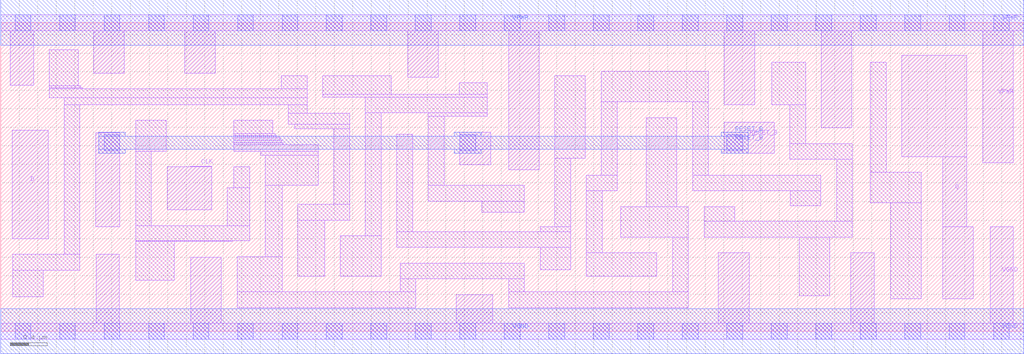
<source format=lef>
# Copyright 2020 The SkyWater PDK Authors
#
# Licensed under the Apache License, Version 2.0 (the "License");
# you may not use this file except in compliance with the License.
# You may obtain a copy of the License at
#
#     https://www.apache.org/licenses/LICENSE-2.0
#
# Unless required by applicable law or agreed to in writing, software
# distributed under the License is distributed on an "AS IS" BASIS,
# WITHOUT WARRANTIES OR CONDITIONS OF ANY KIND, either express or implied.
# See the License for the specific language governing permissions and
# limitations under the License.
#
# SPDX-License-Identifier: Apache-2.0

VERSION 5.7 ;
  NAMESCASESENSITIVE ON ;
  NOWIREEXTENSIONATPIN ON ;
  DIVIDERCHAR "/" ;
  BUSBITCHARS "[]" ;
UNITS
  DATABASE MICRONS 200 ;
END UNITS
MACRO sky130_fd_sc_ms__dfrtp_1
  CLASS CORE ;
  SOURCE USER ;
  FOREIGN sky130_fd_sc_ms__dfrtp_1 ;
  ORIGIN  0.000000  0.000000 ;
  SIZE  11.04000 BY  3.330000 ;
  SYMMETRY X Y R90 ;
  SITE unit ;
  PIN D
    ANTENNAGATEAREA  0.138600 ;
    DIRECTION INPUT ;
    USE SIGNAL ;
    PORT
      LAYER li1 ;
        RECT 0.125000 1.000000 0.515000 2.170000 ;
    END
  END D
  PIN Q
    ANTENNADIFFAREA  0.574900 ;
    DIRECTION OUTPUT ;
    USE SIGNAL ;
    PORT
      LAYER li1 ;
        RECT  9.725000 1.885000 10.425000 2.980000 ;
        RECT 10.165000 0.350000 10.495000 1.130000 ;
        RECT 10.165000 1.130000 10.425000 1.885000 ;
    END
  END Q
  PIN RESET_B
    ANTENNAGATEAREA  0.415800 ;
    DIRECTION INPUT ;
    USE SIGNAL ;
    PORT
      LAYER li1 ;
        RECT 1.025000 1.130000 1.285000 2.140000 ;
        RECT 4.955000 1.795000 5.285000 2.150000 ;
        RECT 7.805000 1.920000 8.345000 2.255000 ;
      LAYER mcon ;
        RECT 1.115000 1.950000 1.285000 2.120000 ;
        RECT 4.955000 1.950000 5.125000 2.120000 ;
        RECT 7.835000 1.950000 8.005000 2.120000 ;
      LAYER met1 ;
        RECT 1.055000 1.920000 1.345000 1.965000 ;
        RECT 1.055000 1.965000 8.065000 2.105000 ;
        RECT 1.055000 2.105000 1.345000 2.150000 ;
        RECT 4.895000 1.920000 5.185000 1.965000 ;
        RECT 4.895000 2.105000 5.185000 2.150000 ;
        RECT 7.775000 1.920000 8.065000 1.965000 ;
        RECT 7.775000 2.105000 8.065000 2.150000 ;
    END
  END RESET_B
  PIN CLK
    ANTENNAGATEAREA  0.312600 ;
    DIRECTION INPUT ;
    USE CLOCK ;
    PORT
      LAYER li1 ;
        RECT 1.795000 1.310000 2.275000 1.775000 ;
        RECT 2.045000 1.775000 2.275000 1.780000 ;
    END
  END CLK
  PIN VGND
    DIRECTION INOUT ;
    USE GROUND ;
    PORT
      LAYER li1 ;
        RECT  0.000000 -0.085000 11.040000 0.085000 ;
        RECT  1.030000  0.085000  1.280000 0.830000 ;
        RECT  2.050000  0.085000  2.380000 0.800000 ;
        RECT  4.915000  0.085000  5.310000 0.395000 ;
        RECT  7.745000  0.085000  8.075000 0.845000 ;
        RECT  9.175000  0.085000  9.425000 0.845000 ;
        RECT 10.675000  0.085000 10.925000 1.130000 ;
      LAYER mcon ;
        RECT  0.155000 -0.085000  0.325000 0.085000 ;
        RECT  0.635000 -0.085000  0.805000 0.085000 ;
        RECT  1.115000 -0.085000  1.285000 0.085000 ;
        RECT  1.595000 -0.085000  1.765000 0.085000 ;
        RECT  2.075000 -0.085000  2.245000 0.085000 ;
        RECT  2.555000 -0.085000  2.725000 0.085000 ;
        RECT  3.035000 -0.085000  3.205000 0.085000 ;
        RECT  3.515000 -0.085000  3.685000 0.085000 ;
        RECT  3.995000 -0.085000  4.165000 0.085000 ;
        RECT  4.475000 -0.085000  4.645000 0.085000 ;
        RECT  4.955000 -0.085000  5.125000 0.085000 ;
        RECT  5.435000 -0.085000  5.605000 0.085000 ;
        RECT  5.915000 -0.085000  6.085000 0.085000 ;
        RECT  6.395000 -0.085000  6.565000 0.085000 ;
        RECT  6.875000 -0.085000  7.045000 0.085000 ;
        RECT  7.355000 -0.085000  7.525000 0.085000 ;
        RECT  7.835000 -0.085000  8.005000 0.085000 ;
        RECT  8.315000 -0.085000  8.485000 0.085000 ;
        RECT  8.795000 -0.085000  8.965000 0.085000 ;
        RECT  9.275000 -0.085000  9.445000 0.085000 ;
        RECT  9.755000 -0.085000  9.925000 0.085000 ;
        RECT 10.235000 -0.085000 10.405000 0.085000 ;
        RECT 10.715000 -0.085000 10.885000 0.085000 ;
      LAYER met1 ;
        RECT 0.000000 -0.245000 11.040000 0.245000 ;
    END
  END VGND
  PIN VPWR
    DIRECTION INOUT ;
    USE POWER ;
    PORT
      LAYER li1 ;
        RECT  0.000000 3.245000 11.040000 3.415000 ;
        RECT  0.105000 2.655000  0.355000 3.245000 ;
        RECT  1.005000 2.785000  1.335000 3.245000 ;
        RECT  1.985000 2.785000  2.315000 3.245000 ;
        RECT  4.390000 2.740000  4.720000 3.245000 ;
        RECT  5.480000 1.745000  5.810000 3.245000 ;
        RECT  7.805000 2.445000  8.135000 3.245000 ;
        RECT  8.855000 2.195000  9.185000 3.245000 ;
        RECT 10.595000 1.820000 10.925000 3.245000 ;
      LAYER mcon ;
        RECT  0.155000 3.245000  0.325000 3.415000 ;
        RECT  0.635000 3.245000  0.805000 3.415000 ;
        RECT  1.115000 3.245000  1.285000 3.415000 ;
        RECT  1.595000 3.245000  1.765000 3.415000 ;
        RECT  2.075000 3.245000  2.245000 3.415000 ;
        RECT  2.555000 3.245000  2.725000 3.415000 ;
        RECT  3.035000 3.245000  3.205000 3.415000 ;
        RECT  3.515000 3.245000  3.685000 3.415000 ;
        RECT  3.995000 3.245000  4.165000 3.415000 ;
        RECT  4.475000 3.245000  4.645000 3.415000 ;
        RECT  4.955000 3.245000  5.125000 3.415000 ;
        RECT  5.435000 3.245000  5.605000 3.415000 ;
        RECT  5.915000 3.245000  6.085000 3.415000 ;
        RECT  6.395000 3.245000  6.565000 3.415000 ;
        RECT  6.875000 3.245000  7.045000 3.415000 ;
        RECT  7.355000 3.245000  7.525000 3.415000 ;
        RECT  7.835000 3.245000  8.005000 3.415000 ;
        RECT  8.315000 3.245000  8.485000 3.415000 ;
        RECT  8.795000 3.245000  8.965000 3.415000 ;
        RECT  9.275000 3.245000  9.445000 3.415000 ;
        RECT  9.755000 3.245000  9.925000 3.415000 ;
        RECT 10.235000 3.245000 10.405000 3.415000 ;
        RECT 10.715000 3.245000 10.885000 3.415000 ;
      LAYER met1 ;
        RECT 0.000000 3.085000 11.040000 3.575000 ;
    END
  END VPWR
  OBS
    LAYER li1 ;
      RECT 0.130000 0.370000 0.460000 0.660000 ;
      RECT 0.130000 0.660000 0.855000 0.830000 ;
      RECT 0.525000 2.520000 3.305000 2.615000 ;
      RECT 0.525000 2.615000 0.885000 2.625000 ;
      RECT 0.525000 2.625000 0.865000 2.650000 ;
      RECT 0.525000 2.650000 0.835000 3.035000 ;
      RECT 0.685000 0.830000 0.855000 2.445000 ;
      RECT 0.685000 2.445000 3.305000 2.520000 ;
      RECT 1.455000 0.550000 1.870000 0.970000 ;
      RECT 1.455000 0.970000 2.500000 0.975000 ;
      RECT 1.455000 0.975000 2.685000 1.140000 ;
      RECT 1.455000 1.140000 1.625000 1.945000 ;
      RECT 1.455000 1.945000 1.785000 2.275000 ;
      RECT 2.445000 1.140000 2.685000 1.550000 ;
      RECT 2.515000 1.550000 2.685000 1.775000 ;
      RECT 2.515000 1.945000 3.425000 2.015000 ;
      RECT 2.515000 2.015000 3.050000 2.035000 ;
      RECT 2.515000 2.035000 3.030000 2.060000 ;
      RECT 2.515000 2.060000 3.015000 2.090000 ;
      RECT 2.515000 2.090000 2.980000 2.110000 ;
      RECT 2.515000 2.110000 2.960000 2.130000 ;
      RECT 2.515000 2.130000 2.935000 2.275000 ;
      RECT 2.550000 0.255000 4.480000 0.425000 ;
      RECT 2.550000 0.425000 3.035000 0.805000 ;
      RECT 2.805000 1.900000 3.425000 1.945000 ;
      RECT 2.855000 0.805000 3.035000 1.575000 ;
      RECT 2.855000 1.575000 3.425000 1.900000 ;
      RECT 3.025000 2.615000 3.305000 2.755000 ;
      RECT 3.105000 2.235000 3.765000 2.355000 ;
      RECT 3.105000 2.355000 3.305000 2.445000 ;
      RECT 3.170000 2.185000 3.765000 2.235000 ;
      RECT 3.205000 0.595000 3.495000 1.200000 ;
      RECT 3.205000 1.200000 3.765000 1.370000 ;
      RECT 3.475000 2.525000 5.250000 2.560000 ;
      RECT 3.475000 2.560000 4.215000 2.755000 ;
      RECT 3.595000 1.370000 3.765000 2.185000 ;
      RECT 3.665000 0.595000 4.105000 1.030000 ;
      RECT 3.935000 1.030000 4.105000 2.360000 ;
      RECT 3.935000 2.360000 5.250000 2.525000 ;
      RECT 4.275000 0.905000 6.150000 1.075000 ;
      RECT 4.275000 1.075000 4.445000 2.125000 ;
      RECT 4.310000 0.425000 4.480000 0.565000 ;
      RECT 4.310000 0.565000 5.650000 0.735000 ;
      RECT 4.615000 1.405000 5.650000 1.575000 ;
      RECT 4.615000 1.575000 4.785000 2.320000 ;
      RECT 4.615000 2.320000 5.250000 2.360000 ;
      RECT 4.950000 2.560000 5.250000 2.680000 ;
      RECT 5.190000 1.285000 5.650000 1.405000 ;
      RECT 5.480000 0.255000 7.420000 0.425000 ;
      RECT 5.480000 0.425000 5.650000 0.565000 ;
      RECT 5.820000 0.665000 6.150000 0.905000 ;
      RECT 5.820000 1.075000 6.150000 1.130000 ;
      RECT 5.980000 1.130000 6.150000 1.865000 ;
      RECT 5.980000 1.865000 6.310000 2.755000 ;
      RECT 6.320000 0.595000 7.080000 0.845000 ;
      RECT 6.320000 0.845000 6.490000 1.515000 ;
      RECT 6.320000 1.515000 6.650000 1.685000 ;
      RECT 6.480000 1.685000 6.650000 2.475000 ;
      RECT 6.480000 2.475000 7.635000 2.805000 ;
      RECT 6.690000 1.015000 7.420000 1.345000 ;
      RECT 6.965000 1.345000 7.295000 2.305000 ;
      RECT 7.250000 0.425000 7.420000 1.015000 ;
      RECT 7.465000 1.515000 8.850000 1.685000 ;
      RECT 7.465000 1.685000 7.635000 2.475000 ;
      RECT 7.590000 1.015000 9.190000 1.185000 ;
      RECT 7.590000 1.185000 7.920000 1.345000 ;
      RECT 8.320000 2.445000 8.685000 2.905000 ;
      RECT 8.515000 1.855000 9.190000 2.025000 ;
      RECT 8.515000 2.025000 8.685000 2.445000 ;
      RECT 8.520000 1.355000 8.850000 1.515000 ;
      RECT 8.615000 0.385000 8.945000 1.015000 ;
      RECT 9.020000 1.185000 9.190000 1.855000 ;
      RECT 9.385000 1.385000 9.935000 1.715000 ;
      RECT 9.385000 1.715000 9.555000 2.905000 ;
      RECT 9.605000 0.350000 9.935000 1.385000 ;
  END
END sky130_fd_sc_ms__dfrtp_1

</source>
